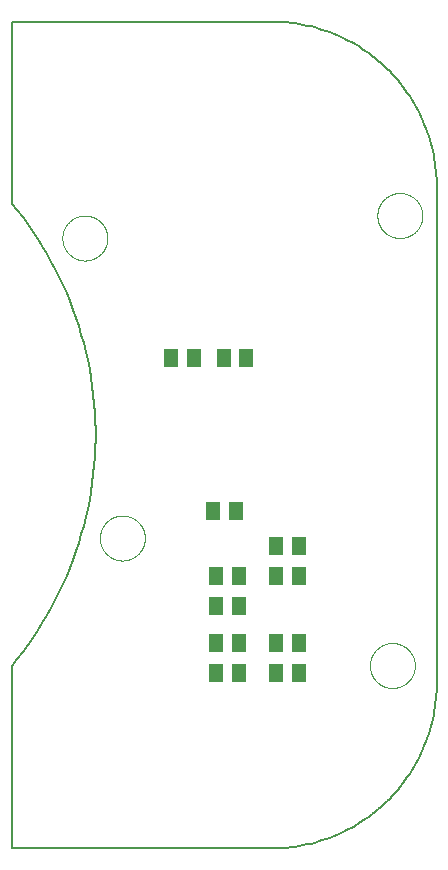
<source format=gbp>
G75*
%MOIN*%
%OFA0B0*%
%FSLAX25Y25*%
%IPPOS*%
%LPD*%
%AMOC8*
5,1,8,0,0,1.08239X$1,22.5*
%
%ADD10C,0.00600*%
%ADD11C,0.00000*%
%ADD12R,0.05118X0.05906*%
D10*
X0044283Y0005655D02*
X0044283Y0066600D01*
X0044283Y0005655D02*
X0130869Y0005655D01*
X0132201Y0005671D01*
X0133532Y0005719D01*
X0134861Y0005800D01*
X0136189Y0005912D01*
X0137513Y0006057D01*
X0138833Y0006233D01*
X0140149Y0006442D01*
X0141459Y0006682D01*
X0142763Y0006954D01*
X0144060Y0007257D01*
X0145349Y0007591D01*
X0146630Y0007956D01*
X0147901Y0008353D01*
X0149163Y0008780D01*
X0150414Y0009237D01*
X0151654Y0009724D01*
X0152881Y0010241D01*
X0154096Y0010788D01*
X0155297Y0011364D01*
X0156484Y0011968D01*
X0157655Y0012602D01*
X0158812Y0013263D01*
X0159951Y0013952D01*
X0161074Y0014668D01*
X0162180Y0015412D01*
X0163267Y0016182D01*
X0164335Y0016977D01*
X0165383Y0017799D01*
X0166411Y0018645D01*
X0167419Y0019517D01*
X0168405Y0020412D01*
X0169370Y0021331D01*
X0170311Y0022272D01*
X0171230Y0023237D01*
X0172125Y0024223D01*
X0172997Y0025231D01*
X0173843Y0026259D01*
X0174665Y0027307D01*
X0175460Y0028375D01*
X0176230Y0029462D01*
X0176974Y0030568D01*
X0177690Y0031691D01*
X0178379Y0032830D01*
X0179040Y0033987D01*
X0179674Y0035158D01*
X0180278Y0036345D01*
X0180854Y0037546D01*
X0181401Y0038761D01*
X0181918Y0039988D01*
X0182405Y0041228D01*
X0182862Y0042479D01*
X0183289Y0043741D01*
X0183686Y0045012D01*
X0184051Y0046293D01*
X0184385Y0047582D01*
X0184688Y0048879D01*
X0184960Y0050183D01*
X0185200Y0051493D01*
X0185409Y0052809D01*
X0185585Y0054129D01*
X0185730Y0055453D01*
X0185842Y0056781D01*
X0185923Y0058110D01*
X0185971Y0059441D01*
X0185987Y0060773D01*
X0185987Y0226128D01*
X0185971Y0227460D01*
X0185923Y0228791D01*
X0185842Y0230120D01*
X0185730Y0231448D01*
X0185585Y0232772D01*
X0185409Y0234092D01*
X0185200Y0235408D01*
X0184960Y0236718D01*
X0184688Y0238022D01*
X0184385Y0239319D01*
X0184051Y0240608D01*
X0183686Y0241889D01*
X0183289Y0243160D01*
X0182862Y0244422D01*
X0182405Y0245673D01*
X0181918Y0246913D01*
X0181401Y0248140D01*
X0180854Y0249355D01*
X0180278Y0250556D01*
X0179674Y0251743D01*
X0179040Y0252914D01*
X0178379Y0254071D01*
X0177690Y0255210D01*
X0176974Y0256333D01*
X0176230Y0257439D01*
X0175460Y0258526D01*
X0174665Y0259594D01*
X0173843Y0260642D01*
X0172997Y0261670D01*
X0172125Y0262678D01*
X0171230Y0263664D01*
X0170311Y0264629D01*
X0169370Y0265570D01*
X0168405Y0266489D01*
X0167419Y0267384D01*
X0166411Y0268256D01*
X0165383Y0269102D01*
X0164335Y0269924D01*
X0163267Y0270719D01*
X0162180Y0271489D01*
X0161074Y0272233D01*
X0159951Y0272949D01*
X0158812Y0273638D01*
X0157655Y0274299D01*
X0156484Y0274933D01*
X0155297Y0275537D01*
X0154096Y0276113D01*
X0152881Y0276660D01*
X0151654Y0277177D01*
X0150414Y0277664D01*
X0149163Y0278121D01*
X0147901Y0278548D01*
X0146630Y0278945D01*
X0145349Y0279310D01*
X0144060Y0279644D01*
X0142763Y0279947D01*
X0141459Y0280219D01*
X0140149Y0280459D01*
X0138833Y0280668D01*
X0137513Y0280844D01*
X0136189Y0280989D01*
X0134861Y0281101D01*
X0133532Y0281182D01*
X0132201Y0281230D01*
X0130869Y0281246D01*
X0044283Y0281246D01*
X0044283Y0220606D01*
X0046142Y0218335D01*
X0047944Y0216019D01*
X0049689Y0213660D01*
X0051376Y0211259D01*
X0053004Y0208817D01*
X0054571Y0206336D01*
X0056077Y0203818D01*
X0057520Y0201263D01*
X0058901Y0198674D01*
X0060218Y0196052D01*
X0061471Y0193398D01*
X0062657Y0190714D01*
X0063778Y0188002D01*
X0064832Y0185264D01*
X0065819Y0182500D01*
X0066738Y0179713D01*
X0067588Y0176905D01*
X0068369Y0174076D01*
X0069081Y0171230D01*
X0069723Y0168366D01*
X0070294Y0165488D01*
X0070795Y0162597D01*
X0071224Y0159694D01*
X0071583Y0156781D01*
X0071870Y0153861D01*
X0072085Y0150935D01*
X0072229Y0148004D01*
X0072301Y0145070D01*
X0072301Y0142136D01*
X0072229Y0139202D01*
X0072085Y0136271D01*
X0071870Y0133345D01*
X0071583Y0130425D01*
X0071224Y0127512D01*
X0070795Y0124609D01*
X0070294Y0121718D01*
X0069723Y0118840D01*
X0069081Y0115976D01*
X0068369Y0113130D01*
X0067588Y0110301D01*
X0066738Y0107493D01*
X0065819Y0104706D01*
X0064832Y0101942D01*
X0063778Y0099204D01*
X0062657Y0096492D01*
X0061471Y0093808D01*
X0060218Y0091154D01*
X0058901Y0088532D01*
X0057520Y0085943D01*
X0056077Y0083388D01*
X0054571Y0080870D01*
X0053004Y0078389D01*
X0051376Y0075947D01*
X0049689Y0073546D01*
X0047944Y0071187D01*
X0046142Y0068871D01*
X0044283Y0066600D01*
D11*
X0073704Y0109100D02*
X0073706Y0109284D01*
X0073713Y0109468D01*
X0073724Y0109652D01*
X0073740Y0109835D01*
X0073760Y0110018D01*
X0073785Y0110200D01*
X0073814Y0110382D01*
X0073848Y0110563D01*
X0073886Y0110743D01*
X0073929Y0110922D01*
X0073976Y0111100D01*
X0074027Y0111277D01*
X0074083Y0111453D01*
X0074142Y0111627D01*
X0074207Y0111799D01*
X0074275Y0111970D01*
X0074347Y0112139D01*
X0074424Y0112307D01*
X0074505Y0112472D01*
X0074590Y0112635D01*
X0074678Y0112797D01*
X0074771Y0112956D01*
X0074868Y0113112D01*
X0074968Y0113267D01*
X0075072Y0113419D01*
X0075180Y0113568D01*
X0075291Y0113714D01*
X0075406Y0113858D01*
X0075525Y0113999D01*
X0075647Y0114137D01*
X0075772Y0114272D01*
X0075901Y0114403D01*
X0076032Y0114532D01*
X0076167Y0114657D01*
X0076305Y0114779D01*
X0076446Y0114898D01*
X0076590Y0115013D01*
X0076736Y0115124D01*
X0076885Y0115232D01*
X0077037Y0115336D01*
X0077192Y0115436D01*
X0077348Y0115533D01*
X0077507Y0115626D01*
X0077669Y0115714D01*
X0077832Y0115799D01*
X0077997Y0115880D01*
X0078165Y0115957D01*
X0078334Y0116029D01*
X0078505Y0116097D01*
X0078677Y0116162D01*
X0078851Y0116221D01*
X0079027Y0116277D01*
X0079204Y0116328D01*
X0079382Y0116375D01*
X0079561Y0116418D01*
X0079741Y0116456D01*
X0079922Y0116490D01*
X0080104Y0116519D01*
X0080286Y0116544D01*
X0080469Y0116564D01*
X0080652Y0116580D01*
X0080836Y0116591D01*
X0081020Y0116598D01*
X0081204Y0116600D01*
X0081388Y0116598D01*
X0081572Y0116591D01*
X0081756Y0116580D01*
X0081939Y0116564D01*
X0082122Y0116544D01*
X0082304Y0116519D01*
X0082486Y0116490D01*
X0082667Y0116456D01*
X0082847Y0116418D01*
X0083026Y0116375D01*
X0083204Y0116328D01*
X0083381Y0116277D01*
X0083557Y0116221D01*
X0083731Y0116162D01*
X0083903Y0116097D01*
X0084074Y0116029D01*
X0084243Y0115957D01*
X0084411Y0115880D01*
X0084576Y0115799D01*
X0084739Y0115714D01*
X0084901Y0115626D01*
X0085060Y0115533D01*
X0085216Y0115436D01*
X0085371Y0115336D01*
X0085523Y0115232D01*
X0085672Y0115124D01*
X0085818Y0115013D01*
X0085962Y0114898D01*
X0086103Y0114779D01*
X0086241Y0114657D01*
X0086376Y0114532D01*
X0086507Y0114403D01*
X0086636Y0114272D01*
X0086761Y0114137D01*
X0086883Y0113999D01*
X0087002Y0113858D01*
X0087117Y0113714D01*
X0087228Y0113568D01*
X0087336Y0113419D01*
X0087440Y0113267D01*
X0087540Y0113112D01*
X0087637Y0112956D01*
X0087730Y0112797D01*
X0087818Y0112635D01*
X0087903Y0112472D01*
X0087984Y0112307D01*
X0088061Y0112139D01*
X0088133Y0111970D01*
X0088201Y0111799D01*
X0088266Y0111627D01*
X0088325Y0111453D01*
X0088381Y0111277D01*
X0088432Y0111100D01*
X0088479Y0110922D01*
X0088522Y0110743D01*
X0088560Y0110563D01*
X0088594Y0110382D01*
X0088623Y0110200D01*
X0088648Y0110018D01*
X0088668Y0109835D01*
X0088684Y0109652D01*
X0088695Y0109468D01*
X0088702Y0109284D01*
X0088704Y0109100D01*
X0088702Y0108916D01*
X0088695Y0108732D01*
X0088684Y0108548D01*
X0088668Y0108365D01*
X0088648Y0108182D01*
X0088623Y0108000D01*
X0088594Y0107818D01*
X0088560Y0107637D01*
X0088522Y0107457D01*
X0088479Y0107278D01*
X0088432Y0107100D01*
X0088381Y0106923D01*
X0088325Y0106747D01*
X0088266Y0106573D01*
X0088201Y0106401D01*
X0088133Y0106230D01*
X0088061Y0106061D01*
X0087984Y0105893D01*
X0087903Y0105728D01*
X0087818Y0105565D01*
X0087730Y0105403D01*
X0087637Y0105244D01*
X0087540Y0105088D01*
X0087440Y0104933D01*
X0087336Y0104781D01*
X0087228Y0104632D01*
X0087117Y0104486D01*
X0087002Y0104342D01*
X0086883Y0104201D01*
X0086761Y0104063D01*
X0086636Y0103928D01*
X0086507Y0103797D01*
X0086376Y0103668D01*
X0086241Y0103543D01*
X0086103Y0103421D01*
X0085962Y0103302D01*
X0085818Y0103187D01*
X0085672Y0103076D01*
X0085523Y0102968D01*
X0085371Y0102864D01*
X0085216Y0102764D01*
X0085060Y0102667D01*
X0084901Y0102574D01*
X0084739Y0102486D01*
X0084576Y0102401D01*
X0084411Y0102320D01*
X0084243Y0102243D01*
X0084074Y0102171D01*
X0083903Y0102103D01*
X0083731Y0102038D01*
X0083557Y0101979D01*
X0083381Y0101923D01*
X0083204Y0101872D01*
X0083026Y0101825D01*
X0082847Y0101782D01*
X0082667Y0101744D01*
X0082486Y0101710D01*
X0082304Y0101681D01*
X0082122Y0101656D01*
X0081939Y0101636D01*
X0081756Y0101620D01*
X0081572Y0101609D01*
X0081388Y0101602D01*
X0081204Y0101600D01*
X0081020Y0101602D01*
X0080836Y0101609D01*
X0080652Y0101620D01*
X0080469Y0101636D01*
X0080286Y0101656D01*
X0080104Y0101681D01*
X0079922Y0101710D01*
X0079741Y0101744D01*
X0079561Y0101782D01*
X0079382Y0101825D01*
X0079204Y0101872D01*
X0079027Y0101923D01*
X0078851Y0101979D01*
X0078677Y0102038D01*
X0078505Y0102103D01*
X0078334Y0102171D01*
X0078165Y0102243D01*
X0077997Y0102320D01*
X0077832Y0102401D01*
X0077669Y0102486D01*
X0077507Y0102574D01*
X0077348Y0102667D01*
X0077192Y0102764D01*
X0077037Y0102864D01*
X0076885Y0102968D01*
X0076736Y0103076D01*
X0076590Y0103187D01*
X0076446Y0103302D01*
X0076305Y0103421D01*
X0076167Y0103543D01*
X0076032Y0103668D01*
X0075901Y0103797D01*
X0075772Y0103928D01*
X0075647Y0104063D01*
X0075525Y0104201D01*
X0075406Y0104342D01*
X0075291Y0104486D01*
X0075180Y0104632D01*
X0075072Y0104781D01*
X0074968Y0104933D01*
X0074868Y0105088D01*
X0074771Y0105244D01*
X0074678Y0105403D01*
X0074590Y0105565D01*
X0074505Y0105728D01*
X0074424Y0105893D01*
X0074347Y0106061D01*
X0074275Y0106230D01*
X0074207Y0106401D01*
X0074142Y0106573D01*
X0074083Y0106747D01*
X0074027Y0106923D01*
X0073976Y0107100D01*
X0073929Y0107278D01*
X0073886Y0107457D01*
X0073848Y0107637D01*
X0073814Y0107818D01*
X0073785Y0108000D01*
X0073760Y0108182D01*
X0073740Y0108365D01*
X0073724Y0108548D01*
X0073713Y0108732D01*
X0073706Y0108916D01*
X0073704Y0109100D01*
X0061204Y0209100D02*
X0061206Y0209284D01*
X0061213Y0209468D01*
X0061224Y0209652D01*
X0061240Y0209835D01*
X0061260Y0210018D01*
X0061285Y0210200D01*
X0061314Y0210382D01*
X0061348Y0210563D01*
X0061386Y0210743D01*
X0061429Y0210922D01*
X0061476Y0211100D01*
X0061527Y0211277D01*
X0061583Y0211453D01*
X0061642Y0211627D01*
X0061707Y0211799D01*
X0061775Y0211970D01*
X0061847Y0212139D01*
X0061924Y0212307D01*
X0062005Y0212472D01*
X0062090Y0212635D01*
X0062178Y0212797D01*
X0062271Y0212956D01*
X0062368Y0213112D01*
X0062468Y0213267D01*
X0062572Y0213419D01*
X0062680Y0213568D01*
X0062791Y0213714D01*
X0062906Y0213858D01*
X0063025Y0213999D01*
X0063147Y0214137D01*
X0063272Y0214272D01*
X0063401Y0214403D01*
X0063532Y0214532D01*
X0063667Y0214657D01*
X0063805Y0214779D01*
X0063946Y0214898D01*
X0064090Y0215013D01*
X0064236Y0215124D01*
X0064385Y0215232D01*
X0064537Y0215336D01*
X0064692Y0215436D01*
X0064848Y0215533D01*
X0065007Y0215626D01*
X0065169Y0215714D01*
X0065332Y0215799D01*
X0065497Y0215880D01*
X0065665Y0215957D01*
X0065834Y0216029D01*
X0066005Y0216097D01*
X0066177Y0216162D01*
X0066351Y0216221D01*
X0066527Y0216277D01*
X0066704Y0216328D01*
X0066882Y0216375D01*
X0067061Y0216418D01*
X0067241Y0216456D01*
X0067422Y0216490D01*
X0067604Y0216519D01*
X0067786Y0216544D01*
X0067969Y0216564D01*
X0068152Y0216580D01*
X0068336Y0216591D01*
X0068520Y0216598D01*
X0068704Y0216600D01*
X0068888Y0216598D01*
X0069072Y0216591D01*
X0069256Y0216580D01*
X0069439Y0216564D01*
X0069622Y0216544D01*
X0069804Y0216519D01*
X0069986Y0216490D01*
X0070167Y0216456D01*
X0070347Y0216418D01*
X0070526Y0216375D01*
X0070704Y0216328D01*
X0070881Y0216277D01*
X0071057Y0216221D01*
X0071231Y0216162D01*
X0071403Y0216097D01*
X0071574Y0216029D01*
X0071743Y0215957D01*
X0071911Y0215880D01*
X0072076Y0215799D01*
X0072239Y0215714D01*
X0072401Y0215626D01*
X0072560Y0215533D01*
X0072716Y0215436D01*
X0072871Y0215336D01*
X0073023Y0215232D01*
X0073172Y0215124D01*
X0073318Y0215013D01*
X0073462Y0214898D01*
X0073603Y0214779D01*
X0073741Y0214657D01*
X0073876Y0214532D01*
X0074007Y0214403D01*
X0074136Y0214272D01*
X0074261Y0214137D01*
X0074383Y0213999D01*
X0074502Y0213858D01*
X0074617Y0213714D01*
X0074728Y0213568D01*
X0074836Y0213419D01*
X0074940Y0213267D01*
X0075040Y0213112D01*
X0075137Y0212956D01*
X0075230Y0212797D01*
X0075318Y0212635D01*
X0075403Y0212472D01*
X0075484Y0212307D01*
X0075561Y0212139D01*
X0075633Y0211970D01*
X0075701Y0211799D01*
X0075766Y0211627D01*
X0075825Y0211453D01*
X0075881Y0211277D01*
X0075932Y0211100D01*
X0075979Y0210922D01*
X0076022Y0210743D01*
X0076060Y0210563D01*
X0076094Y0210382D01*
X0076123Y0210200D01*
X0076148Y0210018D01*
X0076168Y0209835D01*
X0076184Y0209652D01*
X0076195Y0209468D01*
X0076202Y0209284D01*
X0076204Y0209100D01*
X0076202Y0208916D01*
X0076195Y0208732D01*
X0076184Y0208548D01*
X0076168Y0208365D01*
X0076148Y0208182D01*
X0076123Y0208000D01*
X0076094Y0207818D01*
X0076060Y0207637D01*
X0076022Y0207457D01*
X0075979Y0207278D01*
X0075932Y0207100D01*
X0075881Y0206923D01*
X0075825Y0206747D01*
X0075766Y0206573D01*
X0075701Y0206401D01*
X0075633Y0206230D01*
X0075561Y0206061D01*
X0075484Y0205893D01*
X0075403Y0205728D01*
X0075318Y0205565D01*
X0075230Y0205403D01*
X0075137Y0205244D01*
X0075040Y0205088D01*
X0074940Y0204933D01*
X0074836Y0204781D01*
X0074728Y0204632D01*
X0074617Y0204486D01*
X0074502Y0204342D01*
X0074383Y0204201D01*
X0074261Y0204063D01*
X0074136Y0203928D01*
X0074007Y0203797D01*
X0073876Y0203668D01*
X0073741Y0203543D01*
X0073603Y0203421D01*
X0073462Y0203302D01*
X0073318Y0203187D01*
X0073172Y0203076D01*
X0073023Y0202968D01*
X0072871Y0202864D01*
X0072716Y0202764D01*
X0072560Y0202667D01*
X0072401Y0202574D01*
X0072239Y0202486D01*
X0072076Y0202401D01*
X0071911Y0202320D01*
X0071743Y0202243D01*
X0071574Y0202171D01*
X0071403Y0202103D01*
X0071231Y0202038D01*
X0071057Y0201979D01*
X0070881Y0201923D01*
X0070704Y0201872D01*
X0070526Y0201825D01*
X0070347Y0201782D01*
X0070167Y0201744D01*
X0069986Y0201710D01*
X0069804Y0201681D01*
X0069622Y0201656D01*
X0069439Y0201636D01*
X0069256Y0201620D01*
X0069072Y0201609D01*
X0068888Y0201602D01*
X0068704Y0201600D01*
X0068520Y0201602D01*
X0068336Y0201609D01*
X0068152Y0201620D01*
X0067969Y0201636D01*
X0067786Y0201656D01*
X0067604Y0201681D01*
X0067422Y0201710D01*
X0067241Y0201744D01*
X0067061Y0201782D01*
X0066882Y0201825D01*
X0066704Y0201872D01*
X0066527Y0201923D01*
X0066351Y0201979D01*
X0066177Y0202038D01*
X0066005Y0202103D01*
X0065834Y0202171D01*
X0065665Y0202243D01*
X0065497Y0202320D01*
X0065332Y0202401D01*
X0065169Y0202486D01*
X0065007Y0202574D01*
X0064848Y0202667D01*
X0064692Y0202764D01*
X0064537Y0202864D01*
X0064385Y0202968D01*
X0064236Y0203076D01*
X0064090Y0203187D01*
X0063946Y0203302D01*
X0063805Y0203421D01*
X0063667Y0203543D01*
X0063532Y0203668D01*
X0063401Y0203797D01*
X0063272Y0203928D01*
X0063147Y0204063D01*
X0063025Y0204201D01*
X0062906Y0204342D01*
X0062791Y0204486D01*
X0062680Y0204632D01*
X0062572Y0204781D01*
X0062468Y0204933D01*
X0062368Y0205088D01*
X0062271Y0205244D01*
X0062178Y0205403D01*
X0062090Y0205565D01*
X0062005Y0205728D01*
X0061924Y0205893D01*
X0061847Y0206061D01*
X0061775Y0206230D01*
X0061707Y0206401D01*
X0061642Y0206573D01*
X0061583Y0206747D01*
X0061527Y0206923D01*
X0061476Y0207100D01*
X0061429Y0207278D01*
X0061386Y0207457D01*
X0061348Y0207637D01*
X0061314Y0207818D01*
X0061285Y0208000D01*
X0061260Y0208182D01*
X0061240Y0208365D01*
X0061224Y0208548D01*
X0061213Y0208732D01*
X0061206Y0208916D01*
X0061204Y0209100D01*
X0163704Y0066600D02*
X0163706Y0066784D01*
X0163713Y0066968D01*
X0163724Y0067152D01*
X0163740Y0067335D01*
X0163760Y0067518D01*
X0163785Y0067700D01*
X0163814Y0067882D01*
X0163848Y0068063D01*
X0163886Y0068243D01*
X0163929Y0068422D01*
X0163976Y0068600D01*
X0164027Y0068777D01*
X0164083Y0068953D01*
X0164142Y0069127D01*
X0164207Y0069299D01*
X0164275Y0069470D01*
X0164347Y0069639D01*
X0164424Y0069807D01*
X0164505Y0069972D01*
X0164590Y0070135D01*
X0164678Y0070297D01*
X0164771Y0070456D01*
X0164868Y0070612D01*
X0164968Y0070767D01*
X0165072Y0070919D01*
X0165180Y0071068D01*
X0165291Y0071214D01*
X0165406Y0071358D01*
X0165525Y0071499D01*
X0165647Y0071637D01*
X0165772Y0071772D01*
X0165901Y0071903D01*
X0166032Y0072032D01*
X0166167Y0072157D01*
X0166305Y0072279D01*
X0166446Y0072398D01*
X0166590Y0072513D01*
X0166736Y0072624D01*
X0166885Y0072732D01*
X0167037Y0072836D01*
X0167192Y0072936D01*
X0167348Y0073033D01*
X0167507Y0073126D01*
X0167669Y0073214D01*
X0167832Y0073299D01*
X0167997Y0073380D01*
X0168165Y0073457D01*
X0168334Y0073529D01*
X0168505Y0073597D01*
X0168677Y0073662D01*
X0168851Y0073721D01*
X0169027Y0073777D01*
X0169204Y0073828D01*
X0169382Y0073875D01*
X0169561Y0073918D01*
X0169741Y0073956D01*
X0169922Y0073990D01*
X0170104Y0074019D01*
X0170286Y0074044D01*
X0170469Y0074064D01*
X0170652Y0074080D01*
X0170836Y0074091D01*
X0171020Y0074098D01*
X0171204Y0074100D01*
X0171388Y0074098D01*
X0171572Y0074091D01*
X0171756Y0074080D01*
X0171939Y0074064D01*
X0172122Y0074044D01*
X0172304Y0074019D01*
X0172486Y0073990D01*
X0172667Y0073956D01*
X0172847Y0073918D01*
X0173026Y0073875D01*
X0173204Y0073828D01*
X0173381Y0073777D01*
X0173557Y0073721D01*
X0173731Y0073662D01*
X0173903Y0073597D01*
X0174074Y0073529D01*
X0174243Y0073457D01*
X0174411Y0073380D01*
X0174576Y0073299D01*
X0174739Y0073214D01*
X0174901Y0073126D01*
X0175060Y0073033D01*
X0175216Y0072936D01*
X0175371Y0072836D01*
X0175523Y0072732D01*
X0175672Y0072624D01*
X0175818Y0072513D01*
X0175962Y0072398D01*
X0176103Y0072279D01*
X0176241Y0072157D01*
X0176376Y0072032D01*
X0176507Y0071903D01*
X0176636Y0071772D01*
X0176761Y0071637D01*
X0176883Y0071499D01*
X0177002Y0071358D01*
X0177117Y0071214D01*
X0177228Y0071068D01*
X0177336Y0070919D01*
X0177440Y0070767D01*
X0177540Y0070612D01*
X0177637Y0070456D01*
X0177730Y0070297D01*
X0177818Y0070135D01*
X0177903Y0069972D01*
X0177984Y0069807D01*
X0178061Y0069639D01*
X0178133Y0069470D01*
X0178201Y0069299D01*
X0178266Y0069127D01*
X0178325Y0068953D01*
X0178381Y0068777D01*
X0178432Y0068600D01*
X0178479Y0068422D01*
X0178522Y0068243D01*
X0178560Y0068063D01*
X0178594Y0067882D01*
X0178623Y0067700D01*
X0178648Y0067518D01*
X0178668Y0067335D01*
X0178684Y0067152D01*
X0178695Y0066968D01*
X0178702Y0066784D01*
X0178704Y0066600D01*
X0178702Y0066416D01*
X0178695Y0066232D01*
X0178684Y0066048D01*
X0178668Y0065865D01*
X0178648Y0065682D01*
X0178623Y0065500D01*
X0178594Y0065318D01*
X0178560Y0065137D01*
X0178522Y0064957D01*
X0178479Y0064778D01*
X0178432Y0064600D01*
X0178381Y0064423D01*
X0178325Y0064247D01*
X0178266Y0064073D01*
X0178201Y0063901D01*
X0178133Y0063730D01*
X0178061Y0063561D01*
X0177984Y0063393D01*
X0177903Y0063228D01*
X0177818Y0063065D01*
X0177730Y0062903D01*
X0177637Y0062744D01*
X0177540Y0062588D01*
X0177440Y0062433D01*
X0177336Y0062281D01*
X0177228Y0062132D01*
X0177117Y0061986D01*
X0177002Y0061842D01*
X0176883Y0061701D01*
X0176761Y0061563D01*
X0176636Y0061428D01*
X0176507Y0061297D01*
X0176376Y0061168D01*
X0176241Y0061043D01*
X0176103Y0060921D01*
X0175962Y0060802D01*
X0175818Y0060687D01*
X0175672Y0060576D01*
X0175523Y0060468D01*
X0175371Y0060364D01*
X0175216Y0060264D01*
X0175060Y0060167D01*
X0174901Y0060074D01*
X0174739Y0059986D01*
X0174576Y0059901D01*
X0174411Y0059820D01*
X0174243Y0059743D01*
X0174074Y0059671D01*
X0173903Y0059603D01*
X0173731Y0059538D01*
X0173557Y0059479D01*
X0173381Y0059423D01*
X0173204Y0059372D01*
X0173026Y0059325D01*
X0172847Y0059282D01*
X0172667Y0059244D01*
X0172486Y0059210D01*
X0172304Y0059181D01*
X0172122Y0059156D01*
X0171939Y0059136D01*
X0171756Y0059120D01*
X0171572Y0059109D01*
X0171388Y0059102D01*
X0171204Y0059100D01*
X0171020Y0059102D01*
X0170836Y0059109D01*
X0170652Y0059120D01*
X0170469Y0059136D01*
X0170286Y0059156D01*
X0170104Y0059181D01*
X0169922Y0059210D01*
X0169741Y0059244D01*
X0169561Y0059282D01*
X0169382Y0059325D01*
X0169204Y0059372D01*
X0169027Y0059423D01*
X0168851Y0059479D01*
X0168677Y0059538D01*
X0168505Y0059603D01*
X0168334Y0059671D01*
X0168165Y0059743D01*
X0167997Y0059820D01*
X0167832Y0059901D01*
X0167669Y0059986D01*
X0167507Y0060074D01*
X0167348Y0060167D01*
X0167192Y0060264D01*
X0167037Y0060364D01*
X0166885Y0060468D01*
X0166736Y0060576D01*
X0166590Y0060687D01*
X0166446Y0060802D01*
X0166305Y0060921D01*
X0166167Y0061043D01*
X0166032Y0061168D01*
X0165901Y0061297D01*
X0165772Y0061428D01*
X0165647Y0061563D01*
X0165525Y0061701D01*
X0165406Y0061842D01*
X0165291Y0061986D01*
X0165180Y0062132D01*
X0165072Y0062281D01*
X0164968Y0062433D01*
X0164868Y0062588D01*
X0164771Y0062744D01*
X0164678Y0062903D01*
X0164590Y0063065D01*
X0164505Y0063228D01*
X0164424Y0063393D01*
X0164347Y0063561D01*
X0164275Y0063730D01*
X0164207Y0063901D01*
X0164142Y0064073D01*
X0164083Y0064247D01*
X0164027Y0064423D01*
X0163976Y0064600D01*
X0163929Y0064778D01*
X0163886Y0064957D01*
X0163848Y0065137D01*
X0163814Y0065318D01*
X0163785Y0065500D01*
X0163760Y0065682D01*
X0163740Y0065865D01*
X0163724Y0066048D01*
X0163713Y0066232D01*
X0163706Y0066416D01*
X0163704Y0066600D01*
X0166204Y0216600D02*
X0166206Y0216784D01*
X0166213Y0216968D01*
X0166224Y0217152D01*
X0166240Y0217335D01*
X0166260Y0217518D01*
X0166285Y0217700D01*
X0166314Y0217882D01*
X0166348Y0218063D01*
X0166386Y0218243D01*
X0166429Y0218422D01*
X0166476Y0218600D01*
X0166527Y0218777D01*
X0166583Y0218953D01*
X0166642Y0219127D01*
X0166707Y0219299D01*
X0166775Y0219470D01*
X0166847Y0219639D01*
X0166924Y0219807D01*
X0167005Y0219972D01*
X0167090Y0220135D01*
X0167178Y0220297D01*
X0167271Y0220456D01*
X0167368Y0220612D01*
X0167468Y0220767D01*
X0167572Y0220919D01*
X0167680Y0221068D01*
X0167791Y0221214D01*
X0167906Y0221358D01*
X0168025Y0221499D01*
X0168147Y0221637D01*
X0168272Y0221772D01*
X0168401Y0221903D01*
X0168532Y0222032D01*
X0168667Y0222157D01*
X0168805Y0222279D01*
X0168946Y0222398D01*
X0169090Y0222513D01*
X0169236Y0222624D01*
X0169385Y0222732D01*
X0169537Y0222836D01*
X0169692Y0222936D01*
X0169848Y0223033D01*
X0170007Y0223126D01*
X0170169Y0223214D01*
X0170332Y0223299D01*
X0170497Y0223380D01*
X0170665Y0223457D01*
X0170834Y0223529D01*
X0171005Y0223597D01*
X0171177Y0223662D01*
X0171351Y0223721D01*
X0171527Y0223777D01*
X0171704Y0223828D01*
X0171882Y0223875D01*
X0172061Y0223918D01*
X0172241Y0223956D01*
X0172422Y0223990D01*
X0172604Y0224019D01*
X0172786Y0224044D01*
X0172969Y0224064D01*
X0173152Y0224080D01*
X0173336Y0224091D01*
X0173520Y0224098D01*
X0173704Y0224100D01*
X0173888Y0224098D01*
X0174072Y0224091D01*
X0174256Y0224080D01*
X0174439Y0224064D01*
X0174622Y0224044D01*
X0174804Y0224019D01*
X0174986Y0223990D01*
X0175167Y0223956D01*
X0175347Y0223918D01*
X0175526Y0223875D01*
X0175704Y0223828D01*
X0175881Y0223777D01*
X0176057Y0223721D01*
X0176231Y0223662D01*
X0176403Y0223597D01*
X0176574Y0223529D01*
X0176743Y0223457D01*
X0176911Y0223380D01*
X0177076Y0223299D01*
X0177239Y0223214D01*
X0177401Y0223126D01*
X0177560Y0223033D01*
X0177716Y0222936D01*
X0177871Y0222836D01*
X0178023Y0222732D01*
X0178172Y0222624D01*
X0178318Y0222513D01*
X0178462Y0222398D01*
X0178603Y0222279D01*
X0178741Y0222157D01*
X0178876Y0222032D01*
X0179007Y0221903D01*
X0179136Y0221772D01*
X0179261Y0221637D01*
X0179383Y0221499D01*
X0179502Y0221358D01*
X0179617Y0221214D01*
X0179728Y0221068D01*
X0179836Y0220919D01*
X0179940Y0220767D01*
X0180040Y0220612D01*
X0180137Y0220456D01*
X0180230Y0220297D01*
X0180318Y0220135D01*
X0180403Y0219972D01*
X0180484Y0219807D01*
X0180561Y0219639D01*
X0180633Y0219470D01*
X0180701Y0219299D01*
X0180766Y0219127D01*
X0180825Y0218953D01*
X0180881Y0218777D01*
X0180932Y0218600D01*
X0180979Y0218422D01*
X0181022Y0218243D01*
X0181060Y0218063D01*
X0181094Y0217882D01*
X0181123Y0217700D01*
X0181148Y0217518D01*
X0181168Y0217335D01*
X0181184Y0217152D01*
X0181195Y0216968D01*
X0181202Y0216784D01*
X0181204Y0216600D01*
X0181202Y0216416D01*
X0181195Y0216232D01*
X0181184Y0216048D01*
X0181168Y0215865D01*
X0181148Y0215682D01*
X0181123Y0215500D01*
X0181094Y0215318D01*
X0181060Y0215137D01*
X0181022Y0214957D01*
X0180979Y0214778D01*
X0180932Y0214600D01*
X0180881Y0214423D01*
X0180825Y0214247D01*
X0180766Y0214073D01*
X0180701Y0213901D01*
X0180633Y0213730D01*
X0180561Y0213561D01*
X0180484Y0213393D01*
X0180403Y0213228D01*
X0180318Y0213065D01*
X0180230Y0212903D01*
X0180137Y0212744D01*
X0180040Y0212588D01*
X0179940Y0212433D01*
X0179836Y0212281D01*
X0179728Y0212132D01*
X0179617Y0211986D01*
X0179502Y0211842D01*
X0179383Y0211701D01*
X0179261Y0211563D01*
X0179136Y0211428D01*
X0179007Y0211297D01*
X0178876Y0211168D01*
X0178741Y0211043D01*
X0178603Y0210921D01*
X0178462Y0210802D01*
X0178318Y0210687D01*
X0178172Y0210576D01*
X0178023Y0210468D01*
X0177871Y0210364D01*
X0177716Y0210264D01*
X0177560Y0210167D01*
X0177401Y0210074D01*
X0177239Y0209986D01*
X0177076Y0209901D01*
X0176911Y0209820D01*
X0176743Y0209743D01*
X0176574Y0209671D01*
X0176403Y0209603D01*
X0176231Y0209538D01*
X0176057Y0209479D01*
X0175881Y0209423D01*
X0175704Y0209372D01*
X0175526Y0209325D01*
X0175347Y0209282D01*
X0175167Y0209244D01*
X0174986Y0209210D01*
X0174804Y0209181D01*
X0174622Y0209156D01*
X0174439Y0209136D01*
X0174256Y0209120D01*
X0174072Y0209109D01*
X0173888Y0209102D01*
X0173704Y0209100D01*
X0173520Y0209102D01*
X0173336Y0209109D01*
X0173152Y0209120D01*
X0172969Y0209136D01*
X0172786Y0209156D01*
X0172604Y0209181D01*
X0172422Y0209210D01*
X0172241Y0209244D01*
X0172061Y0209282D01*
X0171882Y0209325D01*
X0171704Y0209372D01*
X0171527Y0209423D01*
X0171351Y0209479D01*
X0171177Y0209538D01*
X0171005Y0209603D01*
X0170834Y0209671D01*
X0170665Y0209743D01*
X0170497Y0209820D01*
X0170332Y0209901D01*
X0170169Y0209986D01*
X0170007Y0210074D01*
X0169848Y0210167D01*
X0169692Y0210264D01*
X0169537Y0210364D01*
X0169385Y0210468D01*
X0169236Y0210576D01*
X0169090Y0210687D01*
X0168946Y0210802D01*
X0168805Y0210921D01*
X0168667Y0211043D01*
X0168532Y0211168D01*
X0168401Y0211297D01*
X0168272Y0211428D01*
X0168147Y0211563D01*
X0168025Y0211701D01*
X0167906Y0211842D01*
X0167791Y0211986D01*
X0167680Y0212132D01*
X0167572Y0212281D01*
X0167468Y0212433D01*
X0167368Y0212588D01*
X0167271Y0212744D01*
X0167178Y0212903D01*
X0167090Y0213065D01*
X0167005Y0213228D01*
X0166924Y0213393D01*
X0166847Y0213561D01*
X0166775Y0213730D01*
X0166707Y0213901D01*
X0166642Y0214073D01*
X0166583Y0214247D01*
X0166527Y0214423D01*
X0166476Y0214600D01*
X0166429Y0214778D01*
X0166386Y0214957D01*
X0166348Y0215137D01*
X0166314Y0215318D01*
X0166285Y0215500D01*
X0166260Y0215682D01*
X0166240Y0215865D01*
X0166224Y0216048D01*
X0166213Y0216232D01*
X0166206Y0216416D01*
X0166204Y0216600D01*
D12*
X0122444Y0169100D03*
X0114964Y0169100D03*
X0104944Y0169100D03*
X0097464Y0169100D03*
X0111464Y0118100D03*
X0118944Y0118100D03*
X0132464Y0106600D03*
X0132464Y0096600D03*
X0139944Y0096600D03*
X0139944Y0106600D03*
X0119944Y0096600D03*
X0119944Y0086600D03*
X0112464Y0086600D03*
X0112464Y0096600D03*
X0112464Y0074100D03*
X0112464Y0064100D03*
X0119944Y0064100D03*
X0119944Y0074100D03*
X0132464Y0074100D03*
X0132464Y0064100D03*
X0139944Y0064100D03*
X0139944Y0074100D03*
M02*

</source>
